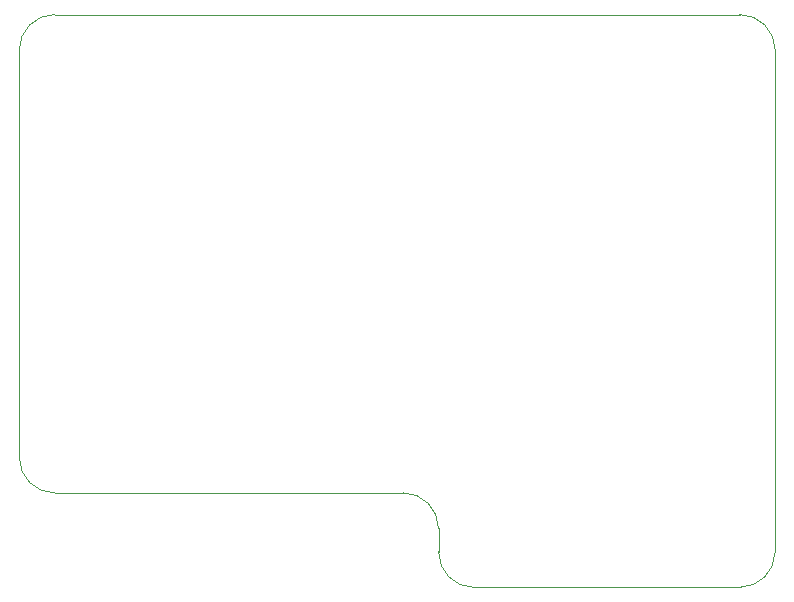
<source format=gbr>
G04 #@! TF.GenerationSoftware,KiCad,Pcbnew,5.1.5-52549c5~84~ubuntu18.04.1*
G04 #@! TF.CreationDate,2020-03-16T02:25:55+00:00*
G04 #@! TF.ProjectId,polariser_drive,706f6c61-7269-4736-9572-5f6472697665,rev?*
G04 #@! TF.SameCoordinates,Original*
G04 #@! TF.FileFunction,Profile,NP*
%FSLAX46Y46*%
G04 Gerber Fmt 4.6, Leading zero omitted, Abs format (unit mm)*
G04 Created by KiCad (PCBNEW 5.1.5-52549c5~84~ubuntu18.04.1) date 2020-03-16 02:25:55*
%MOMM*%
%LPD*%
G04 APERTURE LIST*
%ADD10C,0.050000*%
G04 APERTURE END LIST*
D10*
X84000000Y-74000000D02*
X84000000Y-72000000D01*
X48500000Y-66000000D02*
X48500000Y-31500000D01*
X81000000Y-69000000D02*
X59500000Y-69000000D01*
X59500000Y-69000000D02*
X51500000Y-69000000D01*
X51500000Y-69000000D02*
G75*
G02X48500000Y-66000000I0J3000000D01*
G01*
X81000000Y-69000000D02*
G75*
G02X84000000Y-72000000I0J-3000000D01*
G01*
X87000000Y-77000000D02*
G75*
G02X84000000Y-74000000I0J3000000D01*
G01*
X51500000Y-28500000D02*
X109500000Y-28500000D01*
X109500000Y-28500000D02*
G75*
G02X112500000Y-31500000I0J-3000000D01*
G01*
X112500000Y-74000000D02*
X112500000Y-31500000D01*
X112500000Y-74000000D02*
G75*
G02X109500000Y-77000000I-3000000J0D01*
G01*
X87000000Y-77000000D02*
X109500000Y-77000000D01*
X48500000Y-31500000D02*
G75*
G02X51500000Y-28500000I3000000J0D01*
G01*
M02*

</source>
